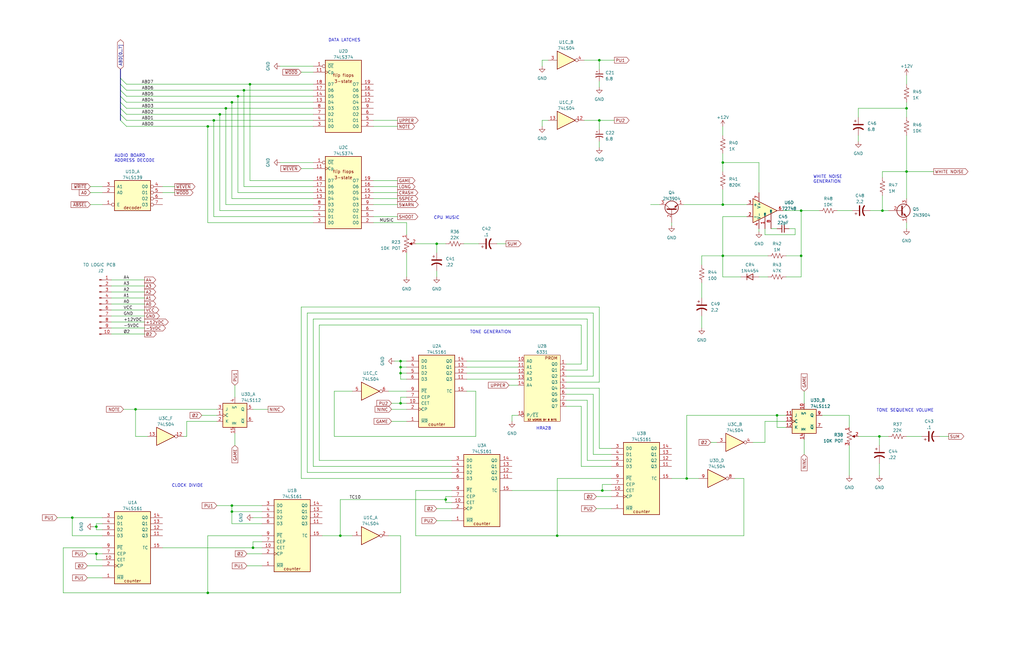
<source format=kicad_sch>
(kicad_sch (version 20231120) (generator "eeschema") (generator_version "8.0")
  (paper "B")
  (title_block (title "Exidy Universal Game Board II") (company "Anton Gale") (comment 1 "AUDIO PCB") (comment 3 "TONE & NOISE GENERATION") (comment 4 "AUDIO BUS ADDRESS DECODE"))
  (lib_symbols
    (symbol "Amplifier_Operational:LT1363" (pin_names (offset 0.127))
      (property "Reference" "U" (at 1.27 6.35 0))
      (property "Value" "LT1363" (at 1.27 3.81 0))
      (symbol "LT1363_1_1"
        (pin input line (at 0 -7.62 90) (length 5.08) (name "VOS") (number "1"))
        (pin input line (at -7.62 -2.54 0) (length 2.54) (name "-") (number "2"))
        (pin input line (at -7.62 2.54 0) (length 2.54) (name "+") (number "3"))
        (pin power_in line (at -2.54 -7.62 90) (length 3.81) (name "V-") (number "4"))
        (pin no_connect line (at 0 2.54 270) (length 2.54) hide (name "NC") (number "5"))
        (pin output line (at 7.62 0 180) (length 2.54) (name "~") (number "6"))
        (pin power_in line (at -2.54 7.62 270) (length 3.81) (name "V+") (number "7"))
        (pin input line (at 2.54 -7.62 90) (length 6.35) (name "VOS") (number "8"))
      )
    )
    (symbol "Connector:Conn_01x10_Pin" (pin_names (offset 1.016) hide)
      (property "Reference" "J" (at 0 12.7 0))
      (property "Value" "Conn_01x10_Pin" (at 0 -15.24 0))
      (symbol "Conn_01x10_Pin_1_1"
        (pin passive line (at 5.08 10.16 180) (length 3.81) (name "Pin_1") (number "1"))
        (pin passive line (at 5.08 -12.7 180) (length 3.81) (name "Pin_10") (number "10"))
        (pin passive line (at 5.08 7.62 180) (length 3.81) (name "Pin_2") (number "2"))
        (pin passive line (at 5.08 5.08 180) (length 3.81) (name "Pin_3") (number "3"))
        (pin passive line (at 5.08 2.54 180) (length 3.81) (name "Pin_4") (number "4"))
        (pin passive line (at 5.08 0 180) (length 3.81) (name "Pin_5") (number "5"))
        (pin passive line (at 5.08 -2.54 180) (length 3.81) (name "Pin_6") (number "6"))
        (pin passive line (at 5.08 -5.08 180) (length 3.81) (name "Pin_7") (number "7"))
        (pin passive line (at 5.08 -7.62 180) (length 3.81) (name "Pin_8") (number "8"))
        (pin passive line (at 5.08 -10.16 180) (length 3.81) (name "Pin_9") (number "9"))
      )
    )
    (symbol "Device:C_Polarized_Small_US" (pin_numbers hide) (pin_names (offset 0.254) hide)
      (property "Reference" "C" (at 0.254 1.778 0))
      (property "Value" "C_Polarized_Small_US" (at 0.254 -2.032 0))
      (symbol "C_Polarized_Small_US_1_1"
        (pin passive line (at 0 2.54 270) (length 2.032) (name "~") (number "1"))
        (pin passive line (at 0 -2.54 90) (length 2.032) (name "~") (number "2"))
      )
    )
    (symbol "Device:C_Polarized_US" (pin_numbers hide) (pin_names (offset 0.254) hide)
      (property "Reference" "C" (at 0.635 2.54 0))
      (property "Value" "C_Polarized_US" (at 0.635 -2.54 0))
      (symbol "C_Polarized_US_1_1"
        (pin passive line (at 0 3.81 270) (length 2.794) (name "~") (number "1"))
        (pin passive line (at 0 -3.81 90) (length 3.302) (name "~") (number "2"))
      )
    )
    (symbol "Device:C_Small" (pin_numbers hide) (pin_names (offset 0.254) hide)
      (property "Reference" "C" (at 0.254 1.778 0))
      (property "Value" "C_Small" (at 0.254 -2.032 0))
      (symbol "C_Small_1_1"
        (pin passive line (at 0 2.54 270) (length 2.032) (name "~") (number "1"))
        (pin passive line (at 0 -2.54 90) (length 2.032) (name "~") (number "2"))
      )
    )
    (symbol "Device:R_Potentiometer_US" (pin_names (offset 1.016) hide)
      (property "Reference" "RV" (at -4.445 0 90))
      (property "Value" "R_Potentiometer_US" (at -2.54 0 90))
      (symbol "R_Potentiometer_US_1_1"
        (pin passive line (at 0 3.81 270) (length 1.27) (name "1") (number "1"))
        (pin passive line (at 3.81 0 180) (length 1.27) (name "2") (number "2"))
        (pin passive line (at 0 -3.81 90) (length 1.27) (name "3") (number "3"))
      )
    )
    (symbol "Device:R_US" (pin_numbers hide) (pin_names (offset 0))
      (property "Reference" "R" (at 2.54 0 90))
      (property "Value" "R_US" (at -2.54 0 90))
      (symbol "R_US_1_1"
        (pin passive line (at 0 3.81 270) (length 1.27) (name "~") (number "1"))
        (pin passive line (at 0 -3.81 90) (length 1.27) (name "~") (number "2"))
      )
    )
    (symbol "Diode:1N4448" (pin_numbers hide) (pin_names hide)
      (property "Reference" "D" (at 0 2.54 0))
      (property "Value" "1N4448" (at 0 -2.54 0))
      (symbol "1N4448_1_1"
        (pin passive line (at -3.81 0 0) (length 2.54) (name "K") (number "1"))
        (pin passive line (at 3.81 0 180) (length 2.54) (name "A") (number "2"))
      )
    )
    (symbol "Transistor_BJT:2N3904" (pin_names (offset 0) hide)
      (property "Reference" "Q" (at 5.08 1.905 0))
      (property "Value" "2N3904" (at 5.08 0 0))
      (symbol "2N3904_1_1"
        (pin passive line (at 2.54 -5.08 90) (length 2.54) (name "E") (number "1"))
        (pin passive line (at -5.08 0 0) (length 5.715) (name "B") (number "2"))
        (pin passive line (at 2.54 5.08 270) (length 2.54) (name "C") (number "3"))
      )
    )
    (symbol "arcade:6331" (pin_names (offset 1.016))
      (property "Reference" "U" (at 5.08 15.24 0))
      (property "Value" "6331" (at 0 -0.635 90))
      (symbol "6331_0_0"
        (text "32 WORDS BY 8 BITS" (at 0 -13.335 0) (effects (font (size 0.762 0.762))))
        (text "PROM" (at 3.81 12.7 0) (effects (font (size 1.27 1.27))))
      )
      (symbol "6331_1_0"
        (pin power_in line (at 0 13.97 270) (length 5.08) hide (name "VCC") (number "16"))
        (pin power_in line (at 0 -13.97 90) (length 5.08) hide (name "VSS") (number "8"))
      )
      (symbol "6331_1_1"
        (pin output line (at 10.16 10.16 180) (length 2.54) (name "Q0") (number "1"))
        (pin input line (at -10.16 11.43 0) (length 2.54) (name "A0") (number "10"))
        (pin input line (at -10.16 8.89 0) (length 2.54) (name "A1") (number "11"))
        (pin input line (at -10.16 6.35 0) (length 2.54) (name "A2") (number "12"))
        (pin input line (at -10.16 3.81 0) (length 2.54) (name "A3") (number "13"))
        (pin input line (at -10.16 1.27 0) (length 2.54) (name "A4") (number "14"))
        (pin input inverted (at -10.16 -11.43 0) (length 2.54) (name "P/~{E1}") (number "15"))
        (pin output line (at 10.16 7.62 180) (length 2.54) (name "Q1") (number "2"))
        (pin output line (at 10.16 5.08 180) (length 2.54) (name "Q2") (number "3"))
        (pin output line (at 10.16 2.54 180) (length 2.54) (name "Q3") (number "4"))
        (pin output line (at 10.16 0 180) (length 2.54) (name "Q4") (number "5"))
        (pin output line (at 10.16 -2.54 180) (length 2.54) (name "Q5") (number "6"))
        (pin output line (at 10.16 -5.08 180) (length 2.54) (name "Q6") (number "7"))
        (pin output line (at 10.16 -7.62 180) (length 2.54) (name "Q7") (number "9"))
      )
    )
    (symbol "jt74:74LS04" (pin_names (offset 1.016))
      (property "Reference" "U" (at 0 1.27 0))
      (property "Value" "74LS04" (at 0 -1.27 0))
      (symbol "74LS04_1_0"
        (pin input line (at -7.62 0 0) (length 3.81) (name "~") (number "1"))
        (pin output inverted (at 7.62 0 180) (length 3.81) (name "~") (number "2"))
      )
      (symbol "74LS04_2_0"
        (pin input line (at -7.62 0 0) (length 3.81) (name "~") (number "3"))
        (pin output inverted (at 7.62 0 180) (length 3.81) (name "~") (number "4"))
      )
      (symbol "74LS04_3_0"
        (pin input line (at -7.62 0 0) (length 3.81) (name "~") (number "5"))
        (pin output inverted (at 7.62 0 180) (length 3.81) (name "~") (number "6"))
      )
      (symbol "74LS04_4_0"
        (pin output inverted (at 7.62 0 180) (length 3.81) (name "~") (number "8"))
        (pin input line (at -7.62 0 0) (length 3.81) (name "~") (number "9"))
      )
      (symbol "74LS04_5_0"
        (pin output inverted (at 7.62 0 180) (length 3.81) (name "~") (number "10"))
        (pin input line (at -7.62 0 0) (length 3.81) (name "~") (number "11"))
      )
      (symbol "74LS04_6_0"
        (pin output inverted (at 7.62 0 180) (length 3.81) (name "~") (number "12"))
        (pin input line (at -7.62 0 0) (length 3.81) (name "~") (number "13"))
      )
      (symbol "74LS04_7_0"
        (pin power_in line (at 0 7.62 270) (length 5.08) hide (name "VCC") (number "14"))
        (pin power_in line (at 0 -7.62 90) (length 5.08) hide (name "VSS") (number "7"))
      )
    )
    (symbol "jt74:74LS112" (pin_names (offset 1.016))
      (property "Reference" "U" (at -7.62 8.89 0))
      (property "Value" "74LS112" (at -7.62 -8.89 0))
      (symbol "74LS112_1_0"
        (pin input clock (at -7.62 0 0) (length 2.54) (name "C") (number "1"))
        (pin input line (at 0 -7.62 90) (length 2.54) (name "~{R}") (number "15"))
        (pin input line (at -7.62 -2.54 0) (length 2.54) (name "K") (number "2"))
        (pin input line (at -7.62 2.54 0) (length 2.54) (name "J") (number "3"))
        (pin input line (at 0 7.62 270) (length 2.54) (name "~{S}") (number "4"))
        (pin output line (at 7.62 2.54 180) (length 2.54) (name "Q") (number "5"))
        (pin output line (at 7.62 -2.54 180) (length 2.54) (name "~{Q}") (number "6"))
      )
      (symbol "74LS112_2_0"
        (pin input line (at 0 7.62 270) (length 2.54) (name "~{S}") (number "10"))
        (pin input line (at -7.62 2.54 0) (length 2.54) (name "J") (number "11"))
        (pin input line (at -7.62 -2.54 0) (length 2.54) (name "K") (number "12"))
        (pin input clock (at -7.62 0 0) (length 2.54) (name "C") (number "13"))
        (pin input line (at 0 -7.62 90) (length 2.54) (name "~{R}") (number "14"))
        (pin output line (at 7.62 -2.54 180) (length 2.54) (name "~{Q}") (number "7"))
        (pin output line (at 7.62 2.54 180) (length 2.54) (name "Q") (number "9"))
      )
      (symbol "74LS112_3_0"
        (pin power_in line (at 0 7.62 270) (length 2.54) hide (name "VCC") (number "16"))
        (pin power_in line (at 0 -7.62 90) (length 2.54) hide (name "VSS") (number "8"))
      )
    )
    (symbol "jt74:74LS139" (pin_names (offset 1.016))
      (property "Reference" "U" (at -7.62 8.89 0))
      (property "Value" "74LS139" (at -7.62 -8.89 0))
      (symbol "74LS139_0_0"
        (text "decoder" (at 0 -6.35 0) (effects (font (size 1.27 1.27))))
      )
      (symbol "74LS139_1_0"
        (pin input inverted (at -12.7 -5.08 0) (length 5.08) (name "E") (number "1"))
        (pin input line (at -12.7 0 0) (length 5.08) (name "A0") (number "2"))
        (pin input line (at -12.7 2.54 0) (length 5.08) (name "A1") (number "3"))
        (pin output inverted (at 12.7 2.54 180) (length 5.08) (name "O0") (number "4"))
        (pin output inverted (at 12.7 0 180) (length 5.08) (name "O1") (number "5"))
        (pin output inverted (at 12.7 -2.54 180) (length 5.08) (name "O2") (number "6"))
        (pin output inverted (at 12.7 -5.08 180) (length 5.08) (name "O3") (number "7"))
      )
      (symbol "74LS139_2_0"
        (pin output inverted (at 12.7 -2.54 180) (length 5.08) (name "O2") (number "10"))
        (pin output inverted (at 12.7 0 180) (length 5.08) (name "O1") (number "11"))
        (pin output inverted (at 12.7 2.54 180) (length 5.08) (name "O0") (number "12"))
        (pin input line (at -12.7 2.54 0) (length 5.08) (name "A1") (number "13"))
        (pin input line (at -12.7 0 0) (length 5.08) (name "A0") (number "14"))
        (pin input inverted (at -12.7 -5.08 0) (length 5.08) (name "E") (number "15"))
        (pin output inverted (at 12.7 -5.08 180) (length 5.08) (name "O3") (number "9"))
      )
      (symbol "74LS139_3_0"
        (pin power_in line (at 0 7.62 270) (length 5.08) hide (name "VCC") (number "16"))
        (pin power_in line (at 0 -7.62 90) (length 5.08) hide (name "VSS") (number "8"))
      )
    )
    (symbol "jt74:74LS161" (pin_names (offset 1.016))
      (property "Reference" "U" (at -7.62 16.51 0))
      (property "Value" "74LS161" (at -7.62 -16.51 0))
      (symbol "74LS161_0_0"
        (text "counter" (at 0 -13.97 0) (effects (font (size 1.27 1.27))))
      )
      (symbol "74LS161_1_0"
        (pin input line (at -12.7 -12.7 0) (length 5.08) (name "~{MR}") (number "1"))
        (pin input line (at -12.7 -5.08 0) (length 5.08) (name "CET") (number "10"))
        (pin output line (at 12.7 5.08 180) (length 5.08) (name "Q3") (number "11"))
        (pin output line (at 12.7 7.62 180) (length 5.08) (name "Q2") (number "12"))
        (pin output line (at 12.7 10.16 180) (length 5.08) (name "Q1") (number "13"))
        (pin output line (at 12.7 12.7 180) (length 5.08) (name "Q0") (number "14"))
        (pin output line (at 12.7 0 180) (length 5.08) (name "TC") (number "15"))
        (pin input clock (at -12.7 -7.62 0) (length 5.08) (name "CP") (number "2"))
        (pin input line (at -12.7 12.7 0) (length 5.08) (name "D0") (number "3"))
        (pin input line (at -12.7 10.16 0) (length 5.08) (name "D1") (number "4"))
        (pin input line (at -12.7 7.62 0) (length 5.08) (name "D2") (number "5"))
        (pin input line (at -12.7 5.08 0) (length 5.08) (name "D3") (number "6"))
        (pin input line (at -12.7 -2.54 0) (length 5.08) (name "CEP") (number "7"))
        (pin input line (at -12.7 0 0) (length 5.08) (name "~{PE}") (number "9"))
      )
    )
    (symbol "jt74:74LS374" (pin_names (offset 1.016))
      (property "Reference" "U" (at 0 1.27 0))
      (property "Value" "74LS374" (at 2.54 -13.97 0))
      (symbol "74LS374_0_0"
        (text "3-state" (at 0 -6.35 0) (effects (font (size 1.27 1.27))))
        (text "flip flops" (at 0 -8.89 0) (effects (font (size 1.27 1.27))))
      )
      (symbol "74LS374_1_0"
        (pin input inverted (at -12.7 -12.7 0) (length 5.08) (name "~{OE}") (number "1"))
        (pin input clock (at -12.7 -10.16 0) (length 5.08) (name "Cp") (number "11"))
        (pin tri_state line (at 12.7 2.54 180) (length 5.08) (name "O4") (number "12"))
        (pin input line (at -12.7 2.54 0) (length 5.08) (name "D4") (number "13"))
        (pin input line (at -12.7 0 0) (length 5.08) (name "D5") (number "14"))
        (pin tri_state line (at 12.7 0 180) (length 5.08) (name "O5") (number "15"))
        (pin tri_state line (at 12.7 -2.54 180) (length 5.08) (name "O6") (number "16"))
        (pin input line (at -12.7 -2.54 0) (length 5.08) (name "D6") (number "17"))
        (pin input line (at -12.7 -5.08 0) (length 5.08) (name "D7") (number "18"))
        (pin tri_state line (at 12.7 -5.08 180) (length 5.08) (name "O7") (number "19"))
        (pin tri_state line (at 12.7 12.7 180) (length 5.08) (name "O0") (number "2"))
        (pin input line (at -12.7 12.7 0) (length 5.08) (name "D0") (number "3"))
        (pin input line (at -12.7 10.16 0) (length 5.08) (name "D1") (number "4"))
        (pin tri_state line (at 12.7 10.16 180) (length 5.08) (name "O1") (number "5"))
        (pin tri_state line (at 12.7 7.62 180) (length 5.08) (name "O2") (number "6"))
        (pin input line (at -12.7 7.62 0) (length 5.08) (name "D2") (number "7"))
        (pin input line (at -12.7 5.08 0) (length 5.08) (name "D3") (number "8"))
        (pin tri_state line (at 12.7 5.08 180) (length 5.08) (name "O3") (number "9"))
      )
    )
    (symbol "power:+12V" (power) (pin_names (offset 0))
      (property "Value" "+12V" (at 0 3.556 0))
      (symbol "+12V_1_1"
        (pin power_in line (at 0 0 90) (length 0) hide (name "+12V") (number "1"))
      )
    )
    (symbol "power:GND" (power) (pin_names (offset 0))
      (property "Value" "GND" (at 0 -3.81 0))
      (symbol "GND_1_1"
        (pin power_in line (at 0 0 270) (length 0) hide (name "GND") (number "1"))
      )
    )
  )
  (junction (at 100.33 40.64))
  (junction (at 337.82 107.95))
  (junction (at 57.15 172.72))
  (junction (at 168.91 154.94))
  (junction (at 168.91 157.48))
  (junction (at 30.48 218.44))
  (junction (at 252.73 50.8))
  (junction (at 40.64 233.68))
  (junction (at 97.79 213.36))
  (junction (at 92.71 48.26))
  (junction (at 304.8 68.58))
  (junction (at 370.84 184.15))
  (junction (at 304.8 86.36))
  (junction (at 372.11 88.9))
  (junction (at 289.56 201.93))
  (junction (at 337.82 88.9))
  (junction (at 304.8 107.95))
  (junction (at 87.63 250.19))
  (junction (at 187.96 210.82))
  (junction (at 382.27 72.39))
  (junction (at 102.87 38.1))
  (junction (at 87.63 53.34))
  (junction (at 327.66 175.26))
  (junction (at 95.25 45.72))
  (junction (at 90.17 50.8))
  (junction (at 40.64 222.25))
  (junction (at 97.79 215.9))
  (junction (at 168.91 152.4))
  (junction (at 234.95 226.06))
  (junction (at 254 207.01))
  (junction (at 184.15 102.87))
  (junction (at 97.79 43.18))
  (junction (at 105.41 35.56))
  (junction (at 382.27 45.72))
  (junction (at 252.73 25.4))
  (junction (at 143.51 226.06))
  (junction (at 168.91 170.18))
  (junction (at 106.68 231.14))
  (bus_entry (at 50.8 38.1) (size 2.54 2.54))
  (bus_entry (at 50.8 35.56) (size 2.54 2.54))
  (bus_entry (at 50.8 40.64) (size 2.54 2.54))
  (bus_entry (at 50.8 48.26) (size 2.54 2.54))
  (bus_entry (at 50.8 45.72) (size 2.54 2.54))
  (bus_entry (at 50.8 33.02) (size 2.54 2.54))
  (bus_entry (at 50.8 50.8) (size 2.54 2.54))
  (bus_entry (at 50.8 43.18) (size 2.54 2.54))
  (wire (pts (xy 171.45 106.68) (xy 171.45 116.84)))
  (wire (pts (xy 361.95 57.15) (xy 361.95 59.69)))
  (wire (pts (xy 247.65 168.91) (xy 247.65 194.31)))
  (wire (pts (xy 171.45 93.98) (xy 171.45 99.06)))
  (wire (pts (xy 254 204.47) (xy 254 207.01)))
  (wire (pts (xy 43.18 238.76) (xy 36.83 238.76)))
  (wire (pts (xy 320.04 116.84) (xy 323.85 116.84)))
  (wire (pts (xy 245.11 153.67) (xy 245.11 137.16)))
  (wire (pts (xy 295.91 107.95) (xy 304.8 107.95)))
  (wire (pts (xy 331.47 116.84) (xy 337.82 116.84)))
  (wire (pts (xy 238.76 158.75) (xy 250.19 158.75)))
  (wire (pts (xy 132.08 81.28) (xy 100.33 81.28)))
  (wire (pts (xy 214.63 162.56) (xy 218.44 162.56)))
  (wire (pts (xy 40.64 233.68) (xy 40.64 236.22)))
  (wire (pts (xy 295.91 107.95) (xy 295.91 111.76)))
  (wire (pts (xy 167.64 78.74) (xy 157.48 78.74)))
  (wire (pts (xy 372.11 72.39) (xy 382.27 72.39)))
  (wire (pts (xy 304.8 107.95) (xy 323.85 107.95)))
  (wire (pts (xy 168.91 167.64) (xy 168.91 170.18)))
  (wire (pts (xy 370.84 184.15) (xy 370.84 187.96)))
  (wire (pts (xy 132.08 76.2) (xy 105.41 76.2)))
  (wire (pts (xy 313.69 226.06) (xy 234.95 226.06)))
  (wire (pts (xy 97.79 215.9) (xy 110.49 215.9)))
  (wire (pts (xy 252.73 129.54) (xy 127 129.54)))
  (wire (pts (xy 330.2 88.9) (xy 337.82 88.9)))
  (wire (pts (xy 327.66 175.26) (xy 331.47 175.26)))
  (wire (pts (xy 322.58 99.06) (xy 322.58 96.52)))
  (wire (pts (xy 140.97 165.1) (xy 140.97 184.15)))
  (wire (pts (xy 257.81 209.55) (xy 251.46 209.55)))
  (wire (pts (xy 132.08 48.26) (xy 92.71 48.26)))
  (wire (pts (xy 312.42 116.84) (xy 304.8 116.84)))
  (wire (pts (xy 238.76 166.37) (xy 250.19 166.37)))
  (wire (pts (xy 304.8 68.58) (xy 304.8 72.39)))
  (wire (pts (xy 52.07 172.72) (xy 57.15 172.72)))
  (wire (pts (xy 73.66 81.28) (xy 68.58 81.28)))
  (wire (pts (xy 95.25 45.72) (xy 53.34 45.72)))
  (wire (pts (xy 304.8 107.95) (xy 304.8 91.44)))
  (wire (pts (xy 190.5 209.55) (xy 187.96 209.55)))
  (wire (pts (xy 382.27 57.15) (xy 382.27 72.39)))
  (wire (pts (xy 46.99 140.97) (xy 60.96 140.97)))
  (wire (pts (xy 171.45 160.02) (xy 168.91 160.02)))
  (wire (pts (xy 165.1 170.18) (xy 168.91 170.18)))
  (wire (pts (xy 353.06 88.9) (xy 359.41 88.9)))
  (wire (pts (xy 106.68 218.44) (xy 110.49 218.44)))
  (wire (pts (xy 228.6 27.94) (xy 228.6 25.4)))
  (bus (pts (xy 50.8 38.1) (xy 50.8 40.64)))
  (wire (pts (xy 372.11 74.93) (xy 372.11 72.39)))
  (wire (pts (xy 100.33 40.64) (xy 53.34 40.64)))
  (wire (pts (xy 106.68 228.6) (xy 106.68 231.14)))
  (wire (pts (xy 304.8 91.44) (xy 314.96 91.44)))
  (wire (pts (xy 132.08 45.72) (xy 95.25 45.72)))
  (wire (pts (xy 215.9 175.26) (xy 215.9 177.8)))
  (wire (pts (xy 99.06 187.96) (xy 99.06 182.88)))
  (wire (pts (xy 167.64 81.28) (xy 157.48 81.28)))
  (wire (pts (xy 245.11 196.85) (xy 257.81 196.85)))
  (wire (pts (xy 167.64 86.36) (xy 157.48 86.36)))
  (bus (pts (xy 50.8 45.72) (xy 50.8 48.26)))
  (wire (pts (xy 252.73 161.29) (xy 252.73 129.54)))
  (wire (pts (xy 382.27 72.39) (xy 393.7 72.39)))
  (wire (pts (xy 252.73 25.4) (xy 246.38 25.4)))
  (wire (pts (xy 143.51 226.06) (xy 143.51 210.82)))
  (wire (pts (xy 132.08 88.9) (xy 92.71 88.9)))
  (wire (pts (xy 132.08 93.98) (xy 87.63 93.98)))
  (wire (pts (xy 134.62 137.16) (xy 134.62 194.31)))
  (wire (pts (xy 327.66 180.34) (xy 327.66 175.26)))
  (wire (pts (xy 320.04 81.28) (xy 320.04 68.58)))
  (wire (pts (xy 90.17 91.44) (xy 90.17 50.8)))
  (wire (pts (xy 382.27 43.18) (xy 382.27 45.72)))
  (wire (pts (xy 374.65 88.9) (xy 372.11 88.9)))
  (wire (pts (xy 135.89 226.06) (xy 143.51 226.06)))
  (wire (pts (xy 163.83 226.06) (xy 168.91 226.06)))
  (wire (pts (xy 238.76 156.21) (xy 247.65 156.21)))
  (wire (pts (xy 46.99 133.35) (xy 60.96 133.35)))
  (wire (pts (xy 167.64 76.2) (xy 157.48 76.2)))
  (wire (pts (xy 132.08 40.64) (xy 100.33 40.64)))
  (wire (pts (xy 132.08 35.56) (xy 105.41 35.56)))
  (wire (pts (xy 250.19 191.77) (xy 257.81 191.77)))
  (wire (pts (xy 91.44 175.26) (xy 85.09 175.26)))
  (wire (pts (xy 132.08 53.34) (xy 87.63 53.34)))
  (wire (pts (xy 335.28 99.06) (xy 322.58 99.06)))
  (wire (pts (xy 36.83 243.84) (xy 43.18 243.84)))
  (wire (pts (xy 238.76 153.67) (xy 245.11 153.67)))
  (wire (pts (xy 134.62 194.31) (xy 190.5 194.31)))
  (wire (pts (xy 102.87 78.74) (xy 102.87 38.1)))
  (wire (pts (xy 382.27 31.75) (xy 382.27 35.56)))
  (wire (pts (xy 274.32 86.36) (xy 278.13 86.36)))
  (wire (pts (xy 102.87 38.1) (xy 53.34 38.1)))
  (wire (pts (xy 87.63 226.06) (xy 110.49 226.06)))
  (wire (pts (xy 304.8 64.77) (xy 304.8 68.58)))
  (wire (pts (xy 322.58 177.8) (xy 322.58 186.69)))
  (wire (pts (xy 361.95 45.72) (xy 382.27 45.72)))
  (wire (pts (xy 238.76 163.83) (xy 252.73 163.83)))
  (wire (pts (xy 228.6 50.8) (xy 231.14 50.8)))
  (wire (pts (xy 110.49 220.98) (xy 97.79 220.98)))
  (wire (pts (xy 167.64 91.44) (xy 157.48 91.44)))
  (wire (pts (xy 143.51 226.06) (xy 148.59 226.06)))
  (wire (pts (xy 168.91 154.94) (xy 168.91 152.4)))
  (wire (pts (xy 331.47 180.34) (xy 327.66 180.34)))
  (wire (pts (xy 252.73 62.23) (xy 252.73 59.69)))
  (wire (pts (xy 171.45 157.48) (xy 168.91 157.48)))
  (wire (pts (xy 252.73 50.8) (xy 252.73 54.61)))
  (wire (pts (xy 331.47 107.95) (xy 337.82 107.95)))
  (wire (pts (xy 132.08 68.58) (xy 118.11 68.58)))
  (wire (pts (xy 87.63 53.34) (xy 53.34 53.34)))
  (wire (pts (xy 40.64 222.25) (xy 40.64 223.52)))
  (wire (pts (xy 97.79 215.9) (xy 97.79 220.98)))
  (wire (pts (xy 40.64 236.22) (xy 43.18 236.22)))
  (wire (pts (xy 46.99 128.27) (xy 60.96 128.27)))
  (wire (pts (xy 358.14 175.26) (xy 358.14 180.34)))
  (wire (pts (xy 97.79 213.36) (xy 110.49 213.36)))
  (wire (pts (xy 304.8 86.36) (xy 314.96 86.36)))
  (wire (pts (xy 250.19 166.37) (xy 250.19 191.77)))
  (wire (pts (xy 251.46 214.63) (xy 257.81 214.63)))
  (wire (pts (xy 317.5 186.69) (xy 322.58 186.69)))
  (wire (pts (xy 127 201.93) (xy 190.5 201.93)))
  (wire (pts (xy 157.48 93.98) (xy 171.45 93.98)))
  (wire (pts (xy 215.9 207.01) (xy 254 207.01)))
  (wire (pts (xy 238.76 161.29) (xy 252.73 161.29)))
  (wire (pts (xy 313.69 201.93) (xy 313.69 226.06)))
  (wire (pts (xy 167.64 83.82) (xy 157.48 83.82)))
  (wire (pts (xy 46.99 135.89) (xy 60.96 135.89)))
  (wire (pts (xy 132.08 83.82) (xy 97.79 83.82)))
  (wire (pts (xy 196.85 165.1) (xy 200.66 165.1)))
  (wire (pts (xy 245.11 171.45) (xy 245.11 196.85)))
  (wire (pts (xy 337.82 88.9) (xy 345.44 88.9)))
  (wire (pts (xy 104.14 238.76) (xy 110.49 238.76)))
  (wire (pts (xy 143.51 210.82) (xy 187.96 210.82)))
  (wire (pts (xy 382.27 184.15) (xy 388.62 184.15)))
  (wire (pts (xy 91.44 172.72) (xy 57.15 172.72)))
  (wire (pts (xy 358.14 187.96) (xy 358.14 200.66)))
  (wire (pts (xy 382.27 72.39) (xy 382.27 83.82)))
  (wire (pts (xy 238.76 171.45) (xy 245.11 171.45)))
  (wire (pts (xy 77.47 184.15) (xy 78.74 184.15)))
  (wire (pts (xy 247.65 156.21) (xy 247.65 134.62)))
  (wire (pts (xy 166.37 152.4) (xy 168.91 152.4)))
  (wire (pts (xy 187.96 210.82) (xy 187.96 212.09)))
  (wire (pts (xy 100.33 81.28) (xy 100.33 40.64)))
  (wire (pts (xy 370.84 184.15) (xy 374.65 184.15)))
  (wire (pts (xy 196.85 157.48) (xy 218.44 157.48)))
  (wire (pts (xy 39.37 222.25) (xy 40.64 222.25)))
  (wire (pts (xy 289.56 201.93) (xy 294.64 201.93)))
  (wire (pts (xy 46.99 123.19) (xy 60.96 123.19)))
  (wire (pts (xy 38.1 81.28) (xy 43.18 81.28)))
  (wire (pts (xy 97.79 213.36) (xy 97.79 215.9)))
  (wire (pts (xy 105.41 35.56) (xy 105.41 76.2)))
  (wire (pts (xy 163.83 165.1) (xy 171.45 165.1)))
  (wire (pts (xy 250.19 158.75) (xy 250.19 132.08)))
  (wire (pts (xy 200.66 184.15) (xy 140.97 184.15)))
  (wire (pts (xy 246.38 50.8) (xy 252.73 50.8)))
  (wire (pts (xy 132.08 50.8) (xy 90.17 50.8)))
  (wire (pts (xy 346.71 175.26) (xy 358.14 175.26)))
  (wire (pts (xy 195.58 102.87) (xy 201.93 102.87)))
  (wire (pts (xy 26.67 250.19) (xy 26.67 231.14)))
  (wire (pts (xy 167.64 53.34) (xy 157.48 53.34)))
  (wire (pts (xy 90.17 50.8) (xy 53.34 50.8)))
  (wire (pts (xy 304.8 68.58) (xy 320.04 68.58)))
  (wire (pts (xy 57.15 172.72) (xy 57.15 184.15)))
  (wire (pts (xy 325.12 96.52) (xy 327.66 96.52)))
  (wire (pts (xy 40.64 223.52) (xy 43.18 223.52)))
  (wire (pts (xy 30.48 218.44) (xy 43.18 218.44)))
  (wire (pts (xy 367.03 88.9) (xy 372.11 88.9)))
  (wire (pts (xy 110.49 233.68) (xy 104.14 233.68)))
  (wire (pts (xy 168.91 170.18) (xy 171.45 170.18)))
  (wire (pts (xy 46.99 130.81) (xy 60.96 130.81)))
  (wire (pts (xy 175.26 102.87) (xy 184.15 102.87)))
  (wire (pts (xy 252.73 189.23) (xy 252.73 163.83)))
  (bus (pts (xy 50.8 43.18) (xy 50.8 45.72)))
  (wire (pts (xy 209.55 102.87) (xy 213.36 102.87)))
  (wire (pts (xy 247.65 134.62) (xy 132.08 134.62)))
  (wire (pts (xy 87.63 250.19) (xy 87.63 226.06)))
  (wire (pts (xy 92.71 48.26) (xy 92.71 88.9)))
  (wire (pts (xy 171.45 154.94) (xy 168.91 154.94)))
  (wire (pts (xy 288.29 86.36) (xy 304.8 86.36)))
  (wire (pts (xy 184.15 114.3) (xy 184.15 116.84)))
  (wire (pts (xy 105.41 35.56) (xy 53.34 35.56)))
  (wire (pts (xy 196.85 152.4) (xy 218.44 152.4)))
  (wire (pts (xy 234.95 201.93) (xy 234.95 226.06)))
  (wire (pts (xy 252.73 25.4) (xy 252.73 29.21)))
  (wire (pts (xy 250.19 132.08) (xy 129.54 132.08)))
  (wire (pts (xy 228.6 25.4) (xy 231.14 25.4)))
  (wire (pts (xy 132.08 86.36) (xy 95.25 86.36)))
  (wire (pts (xy 259.08 50.8) (xy 252.73 50.8)))
  (wire (pts (xy 295.91 119.38) (xy 295.91 125.73)))
  (wire (pts (xy 106.68 231.14) (xy 110.49 231.14)))
  (wire (pts (xy 127 71.12) (xy 132.08 71.12)))
  (wire (pts (xy 339.09 165.1) (xy 339.09 170.18)))
  (bus (pts (xy 50.8 40.64) (xy 50.8 43.18)))
  (wire (pts (xy 259.08 25.4) (xy 252.73 25.4)))
  (wire (pts (xy 43.18 220.98) (xy 40.64 220.98)))
  (wire (pts (xy 304.8 80.01) (xy 304.8 86.36)))
  (wire (pts (xy 187.96 209.55) (xy 187.96 210.82)))
  (wire (pts (xy 332.74 96.52) (xy 335.28 96.52)))
  (wire (pts (xy 302.26 186.69) (xy 299.72 186.69)))
  (wire (pts (xy 320.04 96.52) (xy 320.04 97.79)))
  (wire (pts (xy 68.58 231.14) (xy 106.68 231.14)))
  (wire (pts (xy 43.18 233.68) (xy 40.64 233.68)))
  (wire (pts (xy 283.21 201.93) (xy 289.56 201.93)))
  (wire (pts (xy 110.49 228.6) (xy 106.68 228.6)))
  (wire (pts (xy 95.25 86.36) (xy 95.25 45.72)))
  (wire (pts (xy 40.64 220.98) (xy 40.64 222.25)))
  (wire (pts (xy 257.81 204.47) (xy 254 204.47)))
  (wire (pts (xy 339.09 191.77) (xy 339.09 185.42)))
  (wire (pts (xy 168.91 157.48) (xy 168.91 154.94)))
  (wire (pts (xy 337.82 116.84) (xy 337.82 107.95)))
  (wire (pts (xy 78.74 184.15) (xy 78.74 177.8)))
  (wire (pts (xy 140.97 165.1) (xy 148.59 165.1)))
  (wire (pts (xy 92.71 48.26) (xy 53.34 48.26)))
  (wire (pts (xy 171.45 167.64) (xy 168.91 167.64)))
  (wire (pts (xy 304.8 116.84) (xy 304.8 107.95)))
  (bus (pts (xy 50.8 48.26) (xy 50.8 50.8)))
  (wire (pts (xy 38.1 86.36) (xy 43.18 86.36)))
  (bus (pts (xy 50.8 29.21) (xy 50.8 33.02)))
  (wire (pts (xy 361.95 184.15) (xy 370.84 184.15)))
  (wire (pts (xy 26.67 231.14) (xy 43.18 231.14)))
  (wire (pts (xy 218.44 175.26) (xy 215.9 175.26)))
  (wire (pts (xy 361.95 45.72) (xy 361.95 49.53)))
  (wire (pts (xy 184.15 102.87) (xy 184.15 106.68)))
  (wire (pts (xy 168.91 250.19) (xy 87.63 250.19)))
  (wire (pts (xy 252.73 36.83) (xy 252.73 34.29)))
  (wire (pts (xy 382.27 45.72) (xy 382.27 49.53)))
  (wire (pts (xy 234.95 226.06) (xy 175.26 226.06)))
  (wire (pts (xy 245.11 137.16) (xy 134.62 137.16)))
  (wire (pts (xy 187.96 212.09) (xy 190.5 212.09)))
  (wire (pts (xy 254 207.01) (xy 257.81 207.01)))
  (wire (pts (xy 372.11 82.55) (xy 372.11 88.9)))
  (wire (pts (xy 289.56 175.26) (xy 327.66 175.26)))
  (wire (pts (xy 289.56 201.93) (xy 289.56 175.26)))
  (wire (pts (xy 196.85 160.02) (xy 218.44 160.02)))
  (wire (pts (xy 43.18 226.06) (xy 30.48 226.06)))
  (wire (pts (xy 168.91 152.4) (xy 171.45 152.4)))
  (wire (pts (xy 129.54 199.39) (xy 190.5 199.39)))
  (wire (pts (xy 168.91 226.06) (xy 168.91 250.19)))
  (wire (pts (xy 370.84 195.58) (xy 370.84 200.66)))
  (wire (pts (xy 127 129.54) (xy 127 201.93)))
  (wire (pts (xy 24.13 218.44) (xy 30.48 218.44)))
  (wire (pts (xy 309.88 201.93) (xy 313.69 201.93)))
  (wire (pts (xy 30.48 218.44) (xy 30.48 226.06)))
  (wire (pts (xy 175.26 226.06) (xy 175.26 207.01)))
  (wire (pts (xy 331.47 177.8) (xy 322.58 177.8)))
  (wire (pts (xy 184.15 102.87) (xy 187.96 102.87)))
  (wire (pts (xy 132.08 134.62) (xy 132.08 196.85)))
  (wire (pts (xy 132.08 27.94) (xy 118.11 27.94)))
  (wire (pts (xy 87.63 93.98) (xy 87.63 53.34)))
  (wire (pts (xy 304.8 53.34) (xy 304.8 57.15)))
  (wire (pts (xy 127 30.48) (xy 132.08 30.48)))
  (wire (pts (xy 46.99 125.73) (xy 60.96 125.73)))
  (wire (pts (xy 46.99 118.11) (xy 60.96 118.11)))
  (wire (pts (xy 295.91 133.35) (xy 295.91 138.43)))
  (wire (pts (xy 382.27 93.98) (xy 382.27 96.52)))
  (wire (pts (xy 337.82 88.9) (xy 337.82 107.95)))
  (wire (pts (xy 91.44 213.36) (xy 97.79 213.36)))
  (wire (pts (xy 73.66 78.74) (xy 68.58 78.74)))
  (wire (pts (xy 132.08 196.85) (xy 190.5 196.85)))
  (wire (pts (xy 38.1 78.74) (xy 43.18 78.74)))
  (wire (pts (xy 87.63 250.19) (xy 26.67 250.19)))
  (wire (pts (xy 165.1 177.8) (xy 171.45 177.8)))
  (wire (pts (xy 78.74 177.8) (xy 91.44 177.8)))
  (wire (pts (xy 196.85 154.94) (xy 218.44 154.94)))
  (wire (pts (xy 36.83 233.68) (xy 40.64 233.68)))
  (wire (pts (xy 132.08 38.1) (xy 102.87 38.1)))
  (wire (pts (xy 165.1 172.72) (xy 171.45 172.72)))
  (wire (pts (xy 46.99 138.43) (xy 60.96 138.43)))
  (wire (pts (xy 396.24 184.15) (xy 400.05 184.15)))
  (wire (pts (xy 283.21 93.98) (xy 283.21 95.25)))
  (wire (pts (xy 184.15 219.71) (xy 190.5 219.71)))
  (bus (pts (xy 50.8 33.02) (xy 50.8 35.56)))
  (wire (pts (xy 190.5 214.63) (xy 184.15 214.63)))
  (wire (pts (xy 129.54 132.08) (xy 129.54 199.39)))
  (wire (pts (xy 113.03 172.72) (xy 106.68 172.72)))
  (wire (pts (xy 238.76 168.91) (xy 247.65 168.91)))
  (wire (pts (xy 247.65 194.31) (xy 257.81 194.31)))
  (wire (pts (xy 168.91 160.02) (xy 168.91 157.48)))
  (wire (pts (xy 46.99 120.65) (xy 60.96 120.65)))
  (wire (pts (xy 175.26 207.01) (xy 190.5 207.01)))
  (wire (pts (xy 57.15 184.15) (xy 62.23 184.15)))
  (wire (pts (xy 228.6 53.34) (xy 228.6 50.8)))
  (wire (pts (xy 167.64 50.8) (xy 157.48 50.8)))
  (wire (pts (xy 335.28 96.52) (xy 335.28 99.06)))
  (wire (pts (xy 97.79 43.18) (xy 53.34 43.18)))
  (wire (pts (xy 132.08 78.74) (xy 102.87 78.74)))
  (wire (pts (xy 200.66 165.1) (xy 200.66 184.15)))
  (bus (pts (xy 50.8 35.56) (xy 50.8 38.1)))
  (wire (pts (xy 97.79 83.82) (xy 97.79 43.18)))
  (wire (pts (xy 132.08 43.18) (xy 97.79 43.18)))
  (wire (pts (xy 234.95 201.93) (xy 257.81 201.93)))
  (wire (pts (xy 257.81 189.23) (xy 252.73 189.23)))
  (wire (pts (xy 99.06 162.56) (xy 99.06 167.64)))
  (wire (pts (xy 132.08 91.44) (xy 90.17 91.44)))
  (text "WHITE NOISE\nGENERATION" (at 342.9 77.47 0) (effects (font (size 1.27 1.27)) (justify left bottom)))
  (text "HRA2B" (at 226.06 181.61 0) (effects (font (size 1.27 1.27)) (justify left bottom)))
  (text "DATA LATCHES" (at 138.43 17.78 0) (effects (font (size 1.27 1.27)) (justify left bottom)))
  (text "TONE SEQUENCE VOLUME" (at 369.57 173.99 0) (effects (font (size 1.27 1.27)) (justify left bottom)))
  (text "CLOCK DIVIDE" (at 72.39 205.74 0) (effects (font (size 1.27 1.27)) (justify left bottom)))
  (text "TONE GENERATION" (at 198.12 140.97 0) (effects (font (size 1.27 1.27)) (justify left bottom)))
  (text "CPU MUSIC" (at 182.88 92.71 0) (effects (font (size 1.27 1.27)) (justify left bottom)))
  (text "AUDIO BOARD\nADDRESS DECODE" (at 48.26 68.58 0) (effects (font (size 1.27 1.27)) (justify left bottom)))
  (label "VCC" (at 52.07 130.81 0))
  (label "ABD2" (at 59.7622 48.26 0))
  (label "-5VDC" (at 52.07 138.43 0))
  (label "ABD1" (at 59.7622 50.8 0))
  (label "Ø2" (at 52.07 140.97 0))
  (label "ABD6" (at 59.7622 38.1 0))
  (label "ABD4" (at 59.7622 43.18 0))
  (label "A1" (at 52.07 125.73 0))
  (label "ABD0" (at 59.7622 53.34 0))
  (label "TC10" (at 147.32 210.82 0))
  (label "ABD3" (at 59.7622 45.72 0))
  (label "A4" (at 52.07 118.11 0))
  (label "GND" (at 52.07 133.35 0))
  (label "A2" (at 52.07 123.19 0))
  (label "ABD5" (at 59.7622 40.64 0))
  (label "A3" (at 52.07 120.65 0))
  (label "MUSIC" (at 160.02 93.98 0))
  (label "+12VDC" (at 52.07 135.89 0))
  (label "ABD7" (at 59.69 35.56 0))
  (label "A0" (at 52.07 128.27 0))
  (global_label "PU1" (shape output) (at 259.08 25.4 0) (property "Intersheetrefs" "${INTERSHEET_REFS}" (effects (hide yes))))
  (global_label "VCC" (shape output) (at 60.96 130.81 0) (property "Intersheetrefs" "${INTERSHEET_REFS}" (effects (hide yes))))
  (global_label "NOTE" (shape input) (at 52.07 172.72 180) (property "Intersheetrefs" "${INTERSHEET_REFS}" (effects (hide yes))))
  (global_label "Ø2" (shape input) (at 85.09 175.26 180) (property "Intersheetrefs" "${INTERSHEET_REFS}" (effects (hide yes))))
  (global_label "~{WODD}" (shape input) (at 127 30.48 180) (property "Intersheetrefs" "${INTERSHEET_REFS}" (effects (hide yes))))
  (global_label "~{WEVEN}" (shape input) (at 127 71.12 180) (property "Intersheetrefs" "${INTERSHEET_REFS}" (effects (hide yes))))
  (global_label "PU1" (shape input) (at 24.13 218.44 180) (property "Intersheetrefs" "${INTERSHEET_REFS}" (effects (hide yes))))
  (global_label "UPPER" (shape output) (at 167.64 50.8 0) (property "Intersheetrefs" "${INTERSHEET_REFS}" (effects (hide yes))))
  (global_label "WHITE NOISE" (shape output) (at 393.7 72.39 0) (property "Intersheetrefs" "${INTERSHEET_REFS}" (effects (hide yes))))
  (global_label "NINC" (shape input) (at 165.1 172.72 180) (property "Intersheetrefs" "${INTERSHEET_REFS}" (effects (hide yes))))
  (global_label "GAME" (shape output) (at 167.64 76.2 0) (property "Intersheetrefs" "${INTERSHEET_REFS}" (effects (hide yes))))
  (global_label "PU1" (shape input) (at 99.06 162.56 90) (property "Intersheetrefs" "${INTERSHEET_REFS}" (effects (hide yes))))
  (global_label "PU2" (shape input) (at 165.1 170.18 180) (property "Intersheetrefs" "${INTERSHEET_REFS}" (effects (hide yes))))
  (global_label "PU1" (shape input) (at 104.14 238.76 180) (property "Intersheetrefs" "${INTERSHEET_REFS}" (effects (hide yes))))
  (global_label "Ø2" (shape output) (at 60.96 140.97 0) (property "Intersheetrefs" "${INTERSHEET_REFS}" (effects (hide yes))))
  (global_label "Ø2" (shape input) (at 299.72 186.69 180) (property "Intersheetrefs" "${INTERSHEET_REFS}" (effects (hide yes))))
  (global_label "A3" (shape output) (at 60.96 120.65 0) (property "Intersheetrefs" "${INTERSHEET_REFS}" (effects (hide yes))))
  (global_label "Ø2" (shape input) (at 104.14 233.68 180) (property "Intersheetrefs" "${INTERSHEET_REFS}" (effects (hide yes))))
  (global_label "A0" (shape input) (at 38.1 81.28 180) (property "Intersheetrefs" "${INTERSHEET_REFS}" (effects (hide yes))))
  (global_label "Ø2" (shape input) (at 36.83 238.76 180) (property "Intersheetrefs" "${INTERSHEET_REFS}" (effects (hide yes))))
  (global_label "A4" (shape output) (at 60.96 118.11 0) (property "Intersheetrefs" "${INTERSHEET_REFS}" (effects (hide yes))))
  (global_label "NINC" (shape input) (at 339.09 191.77 270) (property "Intersheetrefs" "${INTERSHEET_REFS}" (effects (hide yes))))
  (global_label "GAME" (shape input) (at 339.09 165.1 90) (property "Intersheetrefs" "${INTERSHEET_REFS}" (effects (hide yes))))
  (global_label "A0" (shape output) (at 60.96 128.27 0) (property "Intersheetrefs" "${INTERSHEET_REFS}" (effects (hide yes))))
  (global_label "~{WRITE}" (shape input) (at 38.1 78.74 180) (property "Intersheetrefs" "${INTERSHEET_REFS}" (effects (hide yes))))
  (global_label "A1" (shape output) (at 60.96 125.73 0) (property "Intersheetrefs" "${INTERSHEET_REFS}" (effects (hide yes))))
  (global_label "PU1" (shape input) (at 91.44 213.36 180) (property "Intersheetrefs" "${INTERSHEET_REFS}" (effects (hide yes))))
  (global_label "~{WODD}" (shape output) (at 73.66 81.28 0) (property "Intersheetrefs" "${INTERSHEET_REFS}" (effects (hide yes))))
  (global_label "+12VDC" (shape output) (at 60.96 135.89 0) (property "Intersheetrefs" "${INTERSHEET_REFS}" (effects (hide yes))))
  (global_label "GAME" (shape input) (at 99.06 187.96 270) (property "Intersheetrefs" "${INTERSHEET_REFS}" (effects (hide yes))))
  (global_label "A2" (shape output) (at 60.96 123.19 0) (property "Intersheetrefs" "${INTERSHEET_REFS}" (effects (hide yes))))
  (global_label "Ø2" (shape input) (at 184.15 214.63 180) (property "Intersheetrefs" "${INTERSHEET_REFS}" (effects (hide yes))))
  (global_label "PU1" (shape input) (at 36.83 243.84 180) (property "Intersheetrefs" "${INTERSHEET_REFS}" (effects (hide yes))))
  (global_label "Ø2" (shape input) (at 251.46 209.55 180) (property "Intersheetrefs" "${INTERSHEET_REFS}" (effects (hide yes))))
  (global_label "~{ABSEL}" (shape input) (at 38.1 86.36 180) (property "Intersheetrefs" "${INTERSHEET_REFS}" (effects (hide yes))))
  (global_label "PU2" (shape input) (at 184.15 219.71 180) (property "Intersheetrefs" "${INTERSHEET_REFS}" (effects (hide yes))))
  (global_label "GAME" (shape input) (at 165.1 177.8 180) (property "Intersheetrefs" "${INTERSHEET_REFS}" (effects (hide yes))))
  (global_label "~{WEVEN}" (shape output) (at 73.66 78.74 0) (property "Intersheetrefs" "${INTERSHEET_REFS}" (effects (hide yes))))
  (global_label "PU2" (shape output) (at 259.08 50.8 0) (property "Intersheetrefs" "${INTERSHEET_REFS}" (effects (hide yes))))
  (global_label "GND" (shape output) (at 60.96 133.35 0) (property "Intersheetrefs" "${INTERSHEET_REFS}" (effects (hide yes))))
  (global_label "SUM" (shape output) (at 400.05 184.15 0) (property "Intersheetrefs" "${INTERSHEET_REFS}" (effects (hide yes))))
  (global_label "NINC" (shape output) (at 113.03 172.72 0) (property "Intersheetrefs" "${INTERSHEET_REFS}" (effects (hide yes))))
  (global_label "5WARN" (shape output) (at 167.64 86.36 0) (property "Intersheetrefs" "${INTERSHEET_REFS}" (effects (hide yes))))
  (global_label "PU2" (shape input) (at 251.46 214.63 180) (property "Intersheetrefs" "${INTERSHEET_REFS}" (effects (hide yes))))
  (global_label "UPPER" (shape input) (at 214.63 162.56 180) (property "Intersheetrefs" "${INTERSHEET_REFS}" (effects (hide yes))))
  (global_label "LONG" (shape output) (at 167.64 78.74 0) (property "Intersheetrefs" "${INTERSHEET_REFS}" (effects (hide yes))))
  (global_label "PU1" (shape input) (at 36.83 233.68 180) (property "Intersheetrefs" "${INTERSHEET_REFS}" (effects (hide yes))))
  (global_label "SHOOT" (shape output) (at 167.64 91.44 0) (property "Intersheetrefs" "${INTERSHEET_REFS}" (effects (hide yes))))
  (global_label "CRASH" (shape output) (at 167.64 81.28 0) (property "Intersheetrefs" "${INTERSHEET_REFS}" (effects (hide yes))))
  (global_label "NOTE" (shape output) (at 167.64 53.34 0) (property "Intersheetrefs" "${INTERSHEET_REFS}" (effects (hide yes))))
  (global_label "SUM" (shape output) (at 213.36 102.87 0) (property "Intersheetrefs" "${INTERSHEET_REFS}" (effects (hide yes))))
  (global_label "-5VDC" (shape output) (at 60.96 138.43 0) (property "Intersheetrefs" "${INTERSHEET_REFS}" (effects (hide yes))))
  (global_label "ABD[0..7]" (shape bidirectional) (at 50.8 29.21 90) (property "Intersheetrefs" "${INTERSHEET_REFS}" (effects (hide yes))))
  (global_label "5SPEC" (shape output) (at 167.64 83.82 0) (property "Intersheetrefs" "${INTERSHEET_REFS}" (effects (hide yes))))
  (symbol (lib_id "Device:R_US") (at 378.46 184.15 90) (unit 1)
    (property "Reference" "R37" (at 378.46 179.07 90))
    (property "Value" "22K" (at 378.46 181.61 90))
  )
  (symbol (lib_id "power:GND") (at 215.9 177.8 0) (unit 1)
    (property "Reference" "#PWR085" (effects (hide yes)))
    (property "Value" "GND" (at 215.9 182.88 0))
  )
  (symbol (lib_id "Device:C_Polarized_Small_US") (at 252.73 31.75 0) (unit 1)
    (property "Reference" "C21" (at 255.27 30.6832 0) (effects (justify left)))
    (property "Value" "6.8" (at 255.27 33.2232 0) (effects (justify left)))
  )
  (symbol (lib_id "power:GND") (at 382.27 96.52 0) (unit 1)
    (property "Reference" "#PWR093" (effects (hide yes)))
    (property "Value" "GND" (at 382.27 101.6 0))
  )
  (symbol (lib_id "jt74:74LS374") (at 144.78 81.28 0) (mirror x) (unit 1)
    (property "Reference" "U2C" (at 144.78 62.23 0))
    (property "Value" "74LS374" (at 144.78 64.77 0))
    (property "Datasheet" "http://www.ti.com/lit/gpn/sn74LS374" (effects (hide yes)))
  )
  (symbol (lib_id "power:GND") (at 106.68 218.44 270) (unit 1)
    (property "Reference" "#PWR084" (effects (hide yes)))
    (property "Value" "GND" (at 101.6 218.44 0))
  )
  (symbol (lib_id "Device:C_Polarized_US") (at 370.84 191.77 0) (unit 1)
    (property "Reference" "C44" (at 374.65 190.5 0) (effects (justify left)))
    (property "Value" ".22" (at 374.65 193.04 0) (effects (justify left)))
  )
  (symbol (lib_id "power:GND") (at 166.37 152.4 270) (unit 1)
    (property "Reference" "#PWR086" (effects (hide yes)))
    (property "Value" "GND" (at 161.29 152.4 0))
  )
  (symbol (lib_id "Connector:Conn_01x10_Pin") (at 41.91 128.27 0) (unit 1)
    (property "Reference" "J2" (at 42.545 114.3 0))
    (property "Value" "TO LOGIC PCB" (at 41.91 111.76 0))
  )
  (symbol (lib_id "jt74:74LS161") (at 184.15 165.1 0) (unit 1)
    (property "Reference" "U2A" (at 184.15 146.05 0))
    (property "Value" "74LS161" (at 184.15 148.59 0))
    (property "Datasheet" "http://www.ti.com/lit/gpn/sn74LS161" (effects (hide yes)))
  )
  (symbol (lib_id "Device:R_US") (at 295.91 115.57 180) (unit 1)
    (property "Reference" "R44" (at 298.45 114.935 0) (effects (justify right)))
    (property "Value" "100" (at 298.45 117.475 0) (effects (justify right)))
  )
  (symbol (lib_id "jt74:74LS139") (at 55.88 81.28 0) (unit 1)
    (property "Reference" "U1D_" (at 55.88 72.39 0))
    (property "Value" "74LS139" (at 55.88 74.93 0))
    (property "Datasheet" "http://www.ti.com/lit/gpn/sn74LS139" (effects (hide yes)))
  )
  (symbol (lib_id "Diode:1N4448") (at 316.23 116.84 0) (mirror x) (unit 1)
    (property "Reference" "CR4" (at 316.23 111.76 0))
    (property "Value" "1N4454" (at 316.23 114.3 0))
    (property "Footprint" "Diode_THT:D_DO-35_SOD27_P7.62mm_Horizontal" (effects (hide yes)))
    (property "Datasheet" "https://assets.nexperia.com/documents/data-sheet/1N4148_1N4448.pdf" (effects (hide yes)))
    (property "Sim.Device" "D" (effects (hide yes)))
    (property "Sim.Pins" "1=K 2=A" (effects (hide yes)))
  )
  (symbol (lib_id "power:+12V") (at 304.8 53.34 0) (unit 1)
    (property "Reference" "#PWR096" (effects (hide yes)))
    (property "Value" "+12V" (at 304.8 49.53 0))
  )
  (symbol (lib_id "Device:R_US") (at 304.8 76.2 180) (unit 1)
    (property "Reference" "R41" (at 307.34 75.565 0) (effects (justify right)))
    (property "Value" "820K" (at 307.34 78.105 0) (effects (justify right)))
  )
  (symbol (lib_id "power:GND") (at 252.73 36.83 0) (unit 1)
    (property "Reference" "#PWR081" (effects (hide yes)))
    (property "Value" "GND" (at 252.73 41.91 0))
  )
  (symbol (lib_id "jt74:74LS04") (at 156.21 226.06 0) (unit 1)
    (property "Reference" "U1C_" (at 156.21 218.44 0))
    (property "Value" "74LS04" (at 156.21 220.98 0))
    (property "Datasheet" "http://www.ti.com/lit/gpn/sn74LS04" (effects (hide yes)))
  )
  (symbol (lib_id "Device:R_US") (at 327.66 107.95 270) (unit 1)
    (property "Reference" "R42" (at 327.66 102.87 90))
    (property "Value" "1M" (at 327.66 105.41 90))
  )
  (symbol (lib_id "power:GND") (at 171.45 116.84 0) (unit 1)
    (property "Reference" "#PWR089" (effects (hide yes)))
    (property "Value" "GND" (at 171.45 121.92 0))
  )
  (symbol (lib_id "jt74:74LS161") (at 55.88 231.14 0) (unit 1)
    (property "Reference" "U1A" (at 55.88 212.09 0))
    (property "Value" "74LS161" (at 55.88 214.63 0))
    (property "Datasheet" "http://www.ti.com/lit/gpn/sn74LS161" (effects (hide yes)))
  )
  (symbol (lib_id "Device:R_Potentiometer_US") (at 358.14 184.15 0) (unit 1)
    (property "Reference" "R38" (at 355.6 183.515 0) (effects (justify right)))
    (property "Value" "10K POT" (at 355.6 186.055 0) (effects (justify right)))
  )
  (symbol (lib_id "jt74:74LS04") (at 309.88 186.69 0) (unit 2)
    (property "Reference" "U3C_" (at 309.88 179.07 0))
    (property "Value" "74LS04" (at 309.88 181.61 0))
    (property "Datasheet" "http://www.ti.com/lit/gpn/sn74LS04" (effects (hide yes)))
  )
  (symbol (lib_id "Device:C_Small") (at 330.2 96.52 90) (unit 1)
    (property "Reference" "C45" (at 330.2063 91.44 90))
    (property "Value" "22pF" (at 330.2063 93.98 90))
  )
  (symbol (lib_id "jt74:74LS112") (at 99.06 175.26 0) (unit 1)
    (property "Reference" "U3D_" (at 101.6255 166.37 0) (effects (justify left)))
    (property "Value" "74LS112" (at 101.6255 168.91 0) (effects (justify left)))
    (property "Datasheet" "http://www.ti.com/lit/gpn/sn74LS112" (effects (hide yes)))
  )
  (symbol (lib_id "power:GND") (at 184.15 116.84 0) (unit 1)
    (property "Reference" "#PWR090" (effects (hide yes)))
    (property "Value" "GND" (at 184.15 121.92 0))
  )
  (symbol (lib_id "jt74:74LS161") (at 203.2 207.01 0) (unit 1)
    (property "Reference" "U3A" (at 203.2 187.96 0))
    (property "Value" "74LS161" (at 203.2 190.5 0))
    (property "Datasheet" "http://www.ti.com/lit/gpn/sn74LS161" (effects (hide yes)))
  )
  (symbol (lib_id "jt74:74LS161") (at 270.51 201.93 0) (unit 1)
    (property "Reference" "U3B" (at 270.51 182.88 0))
    (property "Value" "74LS161" (at 270.51 185.42 0))
    (property "Datasheet" "http://www.ti.com/lit/gpn/sn74LS161" (effects (hide yes)))
  )
  (symbol (lib_id "Amplifier_Operational:LT1363") (at 322.58 88.9 0) (unit 1)
    (property "Reference" "U6D" (at 332.74 85.4711 0))
    (property "Value" "72748" (at 332.74 88.0111 0))
    (property "Datasheet" "https://www.analog.com/media/en/technical-documentation/data-sheets/1363fa.pdf" (effects (hide yes)))
  )
  (symbol (lib_id "power:GND") (at 358.14 200.66 0) (unit 1)
    (property "Reference" "#PWR087" (effects (hide yes)))
    (property "Value" "GND" (at 358.14 205.74 0))
  )
  (symbol (lib_id "power:GND") (at 295.91 138.43 0) (unit 1)
    (property "Reference" "#PWR092" (effects (hide yes)))
    (property "Value" "GND" (at 295.91 143.51 0))
  )
  (symbol (lib_id "jt74:74LS112") (at 339.09 177.8 0) (unit 2)
    (property "Reference" "U3D_" (at 341.6555 168.91 0) (effects (justify left)))
    (property "Value" "74LS112" (at 341.6555 171.45 0) (effects (justify left)))
    (property "Datasheet" "http://www.ti.com/lit/gpn/sn74LS112" (effects (hide yes)))
  )
  (symbol (lib_id "Device:R_US") (at 382.27 39.37 180) (unit 1)
    (property "Reference" "R45" (at 384.81 38.735 0) (effects (justify right)))
    (property "Value" "1K" (at 384.81 41.275 0) (effects (justify right)))
  )
  (symbol (lib_id "power:GND") (at 118.11 68.58 270) (unit 1)
    (property "Reference" "#PWR077" (effects (hide yes)))
    (property "Value" "GND" (at 113.03 68.58 0))
  )
  (symbol (lib_id "Device:C_Polarized_US") (at 205.74 102.87 90) (unit 1)
    (property "Reference" "C42" (at 205.105 96.52 90))
    (property "Value" ".1" (at 205.105 99.06 90))
  )
  (symbol (lib_id "Device:C_Polarized_US") (at 184.15 110.49 0) (unit 1)
    (property "Reference" "C41" (at 187.96 109.22 0) (effects (justify left)))
    (property "Value" ".22" (at 187.96 111.76 0) (effects (justify left)))
  )
  (symbol (lib_id "Device:C_Polarized_Small_US") (at 252.73 57.15 0) (unit 1)
    (property "Reference" "C22" (at 255.27 56.0832 0) (effects (justify left)))
    (property "Value" "6.8" (at 255.27 58.6232 0) (effects (justify left)))
  )
  (symbol (lib_id "power:+12V") (at 382.27 31.75 0) (unit 1)
    (property "Reference" "#PWR094" (effects (hide yes)))
    (property "Value" "+12V" (at 382.27 27.94 0))
  )
  (symbol (lib_id "power:GND") (at 39.37 222.25 270) (unit 1)
    (property "Reference" "#PWR083" (effects (hide yes)))
    (property "Value" "GND" (at 34.29 222.25 0))
  )
  (symbol (lib_id "power:GND") (at 283.21 95.25 0) (unit 1)
    (property "Reference" "#PWR091" (effects (hide yes)))
    (property "Value" "GND" (at 283.21 100.33 0))
  )
  (symbol (lib_id "power:GND") (at 252.73 62.23 0) (unit 1)
    (property "Reference" "#PWR082" (effects (hide yes)))
    (property "Value" "GND" (at 252.73 67.31 0))
  )
  (symbol (lib_id "jt74:74LS04") (at 238.76 50.8 0) (unit 6)
    (property "Reference" "U1C_" (at 238.76 43.18 0))
    (property "Value" "74LS04" (at 238.76 45.72 0))
    (property "Datasheet" "http://www.ti.com/lit/gpn/sn74LS04" (effects (hide yes)))
  )
  (symbol (lib_id "Device:R_Potentiometer_US") (at 171.45 102.87 0) (unit 1)
    (property "Reference" "R23" (at 168.91 102.235 0) (effects (justify right)))
    (property "Value" "10K POT" (at 168.91 104.775 0) (effects (justify right)))
  )
  (symbol (lib_id "jt74:74LS04") (at 156.21 165.1 0) (unit 3)
    (property "Reference" "U1C_" (at 156.21 157.48 0))
    (property "Value" "74LS04" (at 156.21 160.02 0))
    (property "Datasheet" "http://www.ti.com/lit/gpn/sn74LS04" (effects (hide yes)))
  )
  (symbol (lib_id "Transistor_BJT:2N3904") (at 283.21 88.9 90) (unit 1)
    (property "Reference" "Q4" (at 283.21 81.28 90))
    (property "Value" "2N3904" (at 283.21 83.82 90))
    (property "Footprint" "Package_TO_SOT_THT:TO-92_Inline" (effects (hide yes)))
    (property "Datasheet" "https://www.onsemi.com/pub/Collateral/2N3903-D.PDF" (effects (hide yes)))
  )
  (symbol (lib_id "power:GND") (at 361.95 59.69 0) (unit 1)
    (property "Reference" "#PWR095" (effects (hide yes)))
    (property "Value" "GND" (at 361.95 64.77 0))
  )
  (symbol (lib_id "power:GND") (at 370.84 200.66 0) (unit 1)
    (property "Reference" "#PWR088" (effects (hide yes)))
    (property "Value" "GND" (at 370.84 205.74 0))
  )
  (symbol (lib_id "Device:R_US") (at 327.66 116.84 270) (unit 1)
    (property "Reference" "R43" (at 327.66 111.76 90))
    (property "Value" "47K" (at 327.66 114.3 90))
  )
  (symbol (lib_id "jt74:74LS161") (at 123.19 226.06 0) (unit 1)
    (property "Reference" "U1B" (at 123.19 207.01 0))
    (property "Value" "74LS161" (at 123.19 209.55 0))
    (property "Datasheet" "http://www.ti.com/lit/gpn/sn74LS161" (effects (hide yes)))
  )
  (symbol (lib_id "Device:C_Polarized_US") (at 295.91 129.54 0) (unit 1)
    (property "Reference" "C49" (at 299.72 128.27 0) (effects (justify left)))
    (property "Value" "2.2" (at 299.72 130.81 0) (effects (justify left)))
  )
  (symbol (lib_id "power:GND") (at 228.6 27.94 0) (unit 1)
    (property "Reference" "#PWR079" (effects (hide yes)))
    (property "Value" "GND" (at 228.6 33.02 0))
  )
  (symbol (lib_id "Device:R_US") (at 304.8 60.96 180) (unit 1)
    (property "Reference" "R40" (at 307.34 60.325 0) (effects (justify right)))
    (property "Value" "1K" (at 307.34 62.865 0) (effects (justify right)))
  )
  (symbol (lib_id "power:GND") (at 118.11 27.94 270) (unit 1)
    (property "Reference" "#PWR078" (effects (hide yes)))
    (property "Value" "GND" (at 113.03 27.94 0))
  )
  (symbol (lib_id "Device:R_US") (at 349.25 88.9 270) (unit 1)
    (property "Reference" "R48" (at 349.25 83.82 90))
    (property "Value" "10K" (at 349.25 86.36 90))
  )
  (symbol (lib_id "Device:C_Polarized_US") (at 392.43 184.15 90) (unit 1)
    (property "Reference" "C43" (at 391.795 177.8 90))
    (property "Value" ".1" (at 391.795 180.34 90))
  )
  (symbol (lib_id "jt74:74LS374") (at 144.78 40.64 0) (mirror x) (unit 1)
    (property "Reference" "U2D" (at 144.78 21.59 0))
    (property "Value" "74LS374" (at 144.78 24.13 0))
    (property "Datasheet" "http://www.ti.com/lit/gpn/sn74LS374" (effects (hide yes)))
  )
  (symbol (lib_id "jt74:74LS04") (at 302.26 201.93 0) (unit 4)
    (property "Reference" "U3D_" (at 302.26 194.31 0))
    (property "Value" "74LS04" (at 302.26 196.85 0))
    (property "Datasheet" "http://www.ti.com/lit/gpn/sn74LS04" (effects (hide yes)))
  )
  (symbol (lib_id "Device:R_US") (at 191.77 102.87 90) (unit 1)
    (property "Reference" "R36" (at 191.77 97.79 90))
    (property "Value" "22K" (at 191.77 100.33 90))
  )
  (symbol (lib_id "Transistor_BJT:2N3904") (at 379.73 88.9 0) (unit 1)
    (property "Reference" "Q5" (at 384.81 88.265 0) (effects (justify left)))
    (property "Value" "2N3904" (at 384.81 90.805 0) (effects (justify left)))
    (property "Footprint" "Package_TO_SOT_THT:TO-92_Inline" (effects (hide yes)))
    (property "Datasheet" "https://www.onsemi.com/pub/Collateral/2N3903-D.PDF" (effects (hide yes)))
  )
  (symbol (lib_id "jt74:74LS04") (at 69.85 184.15 0) (unit 6)
    (property "Reference" "U3C_" (at 69.85 176.53 0))
    (property "Value" "74LS04" (at 69.85 179.07 0))
    (property "Datasheet" "http://www.ti.com/lit/gpn/sn74LS04" (effects (hide yes)))
  )
  (symbol (lib_id "arcade:6331") (at 228.6 163.83 0) (unit 1)
    (property "Reference" "U2B" (at 228.6 146.05 0) (effects (font (size 1.2446 1.2446))))
    (property "Value" "6331" (at 228.6 148.59 0) (effects (font (size 1.2446 1.2446))))
    (property "Datasheet" "http://www.applelogic.org/files/6309PROM.pdf" (effects (hide yes)))
  )
  (symbol (lib_id "jt74:74LS04") (at 238.76 25.4 0) (unit 2)
    (property "Reference" "U1C_" (at 238.76 17.78 0))
    (property "Value" "74LS04" (at 238.76 20.32 0))
    (property "Datasheet" "http://www.ti.com/lit/gpn/sn74LS04" (effects (hide yes)))
  )
  (symbol (lib_id "Device:C_Polarized_US") (at 363.22 88.9 90) (unit 1)
    (property "Reference" "C48" (at 362.585 82.55 90))
    (property "Value" "2.2" (at 362.585 85.09 90))
  )
  (symbol (lib_id "Device:C_Polarized_US") (at 361.95 53.34 0) (unit 1)
    (property "Reference" "C46" (at 365.76 52.07 0) (effects (justify left)))
    (property "Value" "6.8" (at 365.76 54.61 0) (effects (justify left)))
  )
  (symbol (lib_id "power:GND") (at 228.6 53.34 0) (unit 1)
    (property "Reference" "#PWR080" (effects (hide yes)))
    (property "Value" "GND" (at 228.6 58.42 0))
  )
  (symbol (lib_id "Device:R_US") (at 372.11 78.74 180) (unit 1)
    (property "Reference" "R47" (at 374.65 78.105 0) (effects (justify right)))
    (property "Value" "1M" (at 374.65 80.645 0) (effects (justify right)))
  )
  (symbol (lib_id "Device:R_US") (at 382.27 53.34 180) (unit 1)
    (property "Reference" "R46" (at 384.81 52.705 0) (effects (justify right)))
    (property "Value" "10K" (at 384.81 55.245 0) (effects (justify right)))
  )
  (symbol (lib_id "power:GND") (at 320.04 97.79 0) (unit 1)
    (property "Reference" "#PWR097" (effects (hide yes)))
    (property "Value" "GND" (at 320.04 102.87 0))
  )
)
</source>
